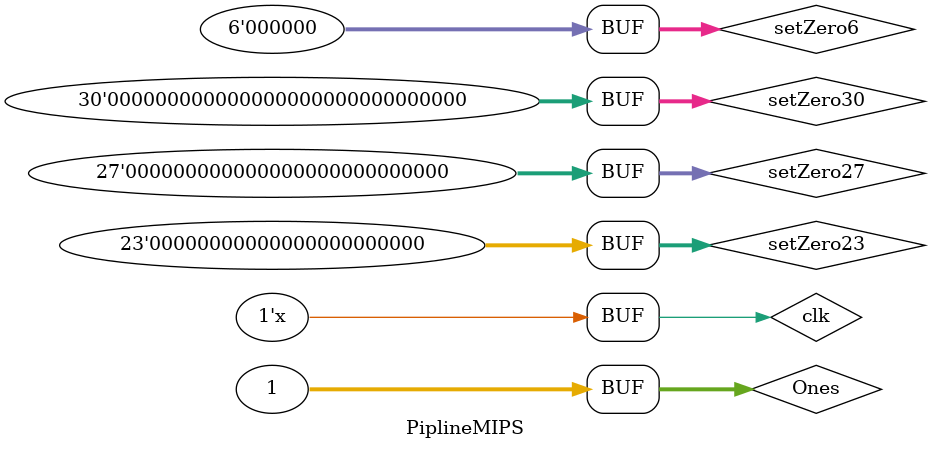
<source format=v>

module PiplineMIPS();
//------------------------------------------------------------------------Variables------------------------------------------------------------------------------
//--------------------------------------------- **IF STAGE** -----------------------------------
//--------- Clk + PC + Ones + Zeroes --------
reg clk ;
wire [31:0]  pcOut;
wire [22:0] setZero23;
wire [29:0] setZero30;
wire [26:0] setZero27;
wire [5:0] setZero6;
wire [31:0] Ones;
//----------------- ALU_ADD s1-------------
wire signed [31:0] Result;
//----------------------mux3_1 s2--------------
wire [31:0] selData;
//------------------------IM s3--------------
wire [31:0] instruction;
//--------------- AND ---------------
wire AndGateOut;
//--------------------- IFID s4 --------------
wire [31:0] InstReg, PC_Plus4Reg;  
//--------------------------------------------- **ID STAGE** -----------------------------------
//------------------ RF s5 -------------
wire [31:0] rdData1;
wire [31:0] rdData2;
wire [31:0] aluAdd;
wire [31:0] extended;
//---------------shift left mod s8-------
wire [31:0] o1;
//---------------comparator----------------
wire result;
//---------------Control s10---------------
wire RegDst,RegWrite,ALUSrc,MemWrite,MemRead,MemToReg,PCSrc,Branch ,Jump,LUIctr,IDFlush,IFFlush,EXFlush;
wire [2:0] ALUOp;
//----------------mux2_1 s9---------
wire [31:0] selDataID;
//---------------IDEX s11-----------------
wire [1:0] WBreg; 
wire[1:0] Mreg; 
wire [4:0] EXreg; 
wire[4:0] RegRsreg,RegRtreg,RegRdreg; 
wire[31:0] DataAreg,DataBreg,imm_valuereg; 
wire IDFlushOut;
//--------------HazardControlUnit s12--------------------------
wire IDIFWrite , PCWrite , MuxSel;
//------------OR s13---------------------------------------
wire ORresult;
//-----------ALU_ADD s15-----------------------------------
wire [31:0] inCh00;
//--------------------------------------------- **EX STAGE** ----------------------------------------
//-----------------Mux2_1 s18 s19 --------------
wire [31:0] selDataWB,selDataMEM;
//-----------------mux2_1 s20------------------
wire [31:0] muxEx2_1 ;
//----------------mux3_1 s21 s22--------------------------
wire [31:0]muxA , muxB;
//--------------mux2_1 s23---------------------
wire [31:0]alu2_2out ;
//-----------------Alu s17----------------------------
wire [31:0] ResultAlu;
wire [4:0] ShiftAmount;
//----------------Forwarding---------------------------
wire [1:0]muxASel , muxBSel;
//----------------------------------------- **MEM STAGE** -------------------------------------------
//------------EX/MEM s25----------------------
wire [31:0] ALUreg;
wire [4:0] RegRDreg;
wire [31:0]WriteDataOut;
wire [1:0] EXMEMWBreg;
wire [1:0] EXMEMMreg;
//--------------dataMemory s26--------------
wire [31:0]readData;
//-------------------------------------- **WB STAGE** ----------------------------------------------
//--------------------------------MemWB s27------------------
wire [1:0]LastWBreg;
wire [31:0] Memreg,LastALUreg;
wire [4:0] LastRegRDreg;
//----------------mux2_1 s28-------------
wire [31:0] LastMux;
//-----------------------------------------------------------Assign-------------------------------------------------------------------------------------------
initial 
begin
clk <= 0 ;
end
assign setZero30 = 0;
assign setZero27 = 0;
assign setZero23 = 0;
assign setZero6 = 0;
assign Ones = 1;
always begin 
#5
clk <= ~ clk ;
end
//---------------------------------------------------------------Instances--------------------------------------------------------------------------------------
//--------------IF Stage ------------------------
pc s30(clk , PCWrite ,selData,pcOut);
ALU_ADD_4 s1(Result,pcOut,clk);
mux3_1 s2({AndGateOut,Jump},Result,{setZero6,InstReg[25:0]},inCh00,selData);
IM s3(pcOut, clk, instruction); 
IFID s4(IFFlush ,clk,IDIFWrite,Result,instruction,InstReg,PC_Plus4Reg);
andgate s14(Branch, result, AndGateOut);

//------------ ID Stage ------------------------------
registerFile s5(LastWBreg[0], LastRegRDreg ,  LastMux, InstReg[25:21], rdData1  , InstReg[20:16], rdData2, clk);
comparator_sos s6(rdData1 ,rdData2,result);
SignExtender s7( clk, InstReg[15:0], extended );
sll s8(extended , o1);
mux2_1 s9(ORresult,{setZero23,MemToReg,RegWrite,MemWrite,MemRead,ALUSrc,ALUOp,RegDst},0,selDataID);
controlUnit s10(IDFlush,IFFlush,EXFlush,RegDst,RegWrite,ALUSrc,ALUOp,MemWrite,MemRead,MemToReg,PCSrc,Branch,Jump,LUIctr,clk,InstReg[31:26],InstReg[5:0]);
IDEX s11(clk,MuxSel,{selDataID[8],selDataID[7]},{selDataID[6],selDataID[5]},{selDataID[4],ALUOp[2],ALUOp[1],ALUOp[0],selDataID[0]},rdData1,rdData2,extended,InstReg[25:21],InstReg[20:16],InstReg[15:11],InstReg[10:6],IDFlushOut,WBreg,Mreg,EXreg,DataAreg,DataBreg,imm_valuereg,RegRsreg,RegRtreg,RegRdreg,ShiftAmount); 
HazardControlUnit s12(IDIFWrite,PCWrite,MuxSel,Mreg[0],RegRtreg,InstReg[20:16],InstReg[25:21],clk);
orGate s13(IDFlush,MuxSel,ORresult);  
ALU_ADD s15(inCh00,PC_Plus4Reg,o1,clk);

//-------------------EX Stage--------------------------------
AluModule s17(ResultAlu,Overflow,ShiftAmount,muxA,alu2_2out,{EXreg[3],EXreg[2],EXreg[1]});
mux2_1 s18( IDFlushOut,  {setZero30,WBreg[1],WBreg[0]}, 0, selDataWB); //ExFlush1
mux2_1 s19(IDFlushOut, {setZero30,Mreg[1],Mreg[0]} ,  0,  selDataMEM);//ExFlush2
mux2_1 s20( EXreg[0],  {setZero27,RegRtreg}, {setZero27,RegRdreg} , muxEx2_1 ); //RegisterDstSel
mux3_1 s21 (muxASel, DataAreg,  LastMux, ALUreg, muxA); //Alu1
mux3_1 s22 (muxBSel, DataBreg,  LastMux, ALUreg, muxB) ;//ALU2-1
mux2_1 s23 ( EXreg[4],  muxB,  imm_valuereg,  alu2_2out); //Alu2-2
forwardUnit s24(clk,RegRsreg,RegRtreg,RegRDreg,LastRegRDreg,EXMEMWBreg[0] ,LastWBreg[0] ,muxASel,muxBSel);

//-------------------MEM Stage----------------------
EXMEM s25(clk,{selDataWB[1],selDataWB[0]},{selDataMEM[1],selDataMEM[0]},ResultAlu,{muxEx2_1[4],muxEx2_1[3],muxEx2_1[2],muxEx2_1[1],muxEx2_1[0]},muxB,EXMEMMreg,EXMEMWBreg,ALUreg,RegRDreg,WriteDataOut);
dataMemory s26(ALUreg,WriteDataOut,readData,EXMEMMreg[1],EXMEMMreg[0],clk);

//--------------------WB Stage-----------------------------------
MEMWB s27(clk,{EXMEMWBreg[1],EXMEMWBreg[0]},readData,ALUreg,RegRDreg,LastWBreg,Memreg,LastALUreg,LastRegRDreg); 
mux2_1 s28(LastWBreg[1],Memreg,LastALUreg,LastMux);
endmodule

</source>
